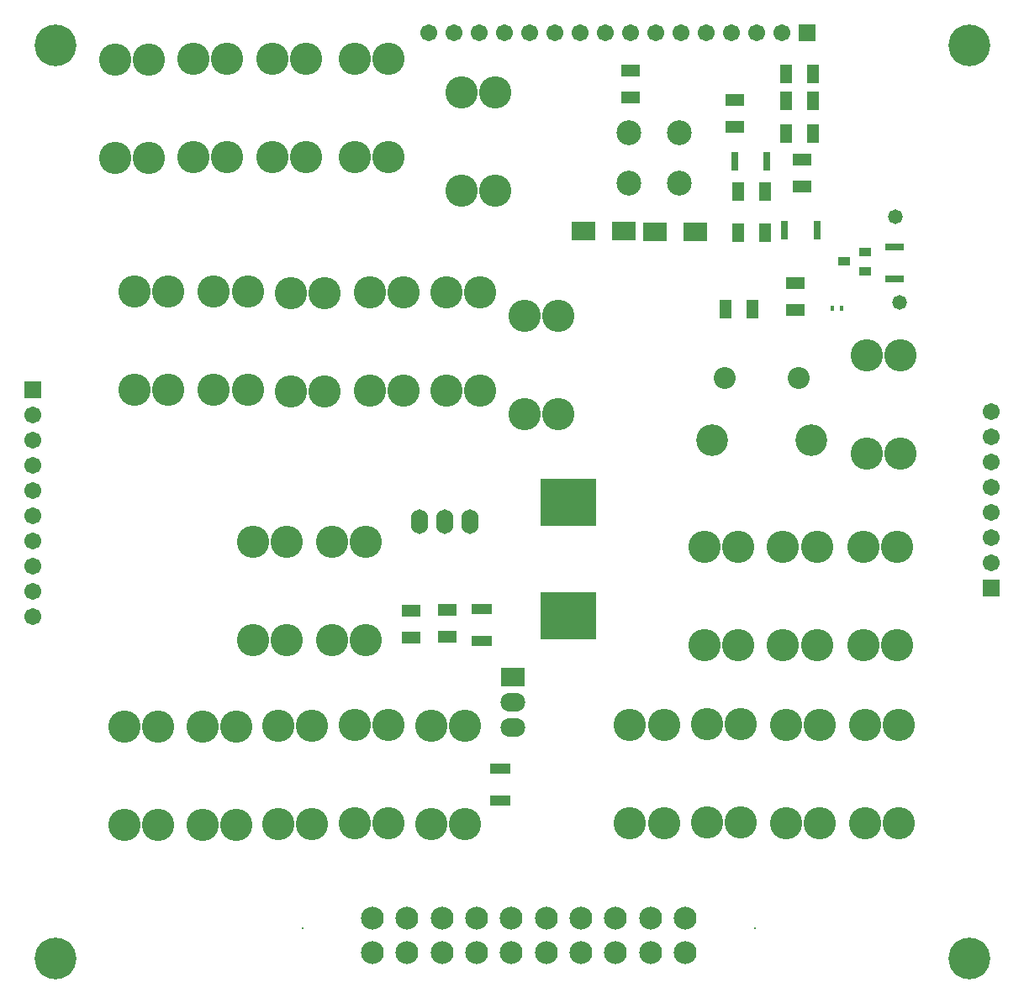
<source format=gts>
G04*
G04 #@! TF.GenerationSoftware,Altium Limited,Altium Designer,18.0.11 (651)*
G04*
G04 Layer_Color=8388736*
%FSLAX44Y44*%
%MOMM*%
G71*
G01*
G75*
%ADD23R,0.8032X1.9532*%
%ADD24R,1.3032X1.9032*%
%ADD25R,1.9032X1.3032*%
%ADD26R,2.3622X1.9812*%
%ADD27R,1.9532X0.8032*%
%ADD28R,1.2032X0.9032*%
%ADD29R,2.0032X1.0532*%
%ADD30R,5.6032X4.7032*%
%ADD31R,0.4032X0.5032*%
%ADD32C,0.2032*%
%ADD33C,2.3032*%
%ADD34R,1.7032X1.7032*%
%ADD35C,1.7032*%
%ADD36C,3.2512*%
%ADD37C,2.2032*%
%ADD38C,3.2032*%
%ADD39C,2.5032*%
%ADD40R,1.7032X1.7032*%
%ADD41O,2.4892X1.9032*%
%ADD42R,2.4892X1.9032*%
%ADD43O,1.7272X2.4892*%
%ADD44C,4.2032*%
%ADD45C,1.4732*%
D23*
X1282198Y1535430D02*
D03*
X1314698D02*
D03*
X1231652Y1605026D02*
D03*
X1264152D02*
D03*
D24*
X1283678Y1666494D02*
D03*
X1310678D02*
D03*
X1262164Y1533144D02*
D03*
X1235164D02*
D03*
Y1574800D02*
D03*
X1262164D02*
D03*
X1310424Y1632966D02*
D03*
X1283424D02*
D03*
X1249934Y1456182D02*
D03*
X1222934D02*
D03*
X1310678Y1693672D02*
D03*
X1283678D02*
D03*
D25*
X1231900Y1640256D02*
D03*
Y1667256D02*
D03*
X1126744Y1696504D02*
D03*
Y1669504D02*
D03*
X1299972Y1579842D02*
D03*
Y1606842D02*
D03*
X1292860Y1482382D02*
D03*
Y1455382D02*
D03*
X906272Y1152182D02*
D03*
Y1125182D02*
D03*
X942594Y1152944D02*
D03*
Y1125944D02*
D03*
D26*
X1120394Y1535176D02*
D03*
X1079754D02*
D03*
X1151382Y1534160D02*
D03*
X1192022D02*
D03*
D27*
X1393190Y1518914D02*
D03*
Y1486414D02*
D03*
D28*
X1341796Y1504188D02*
D03*
X1362796Y1513688D02*
D03*
Y1494688D02*
D03*
D29*
X995934Y993388D02*
D03*
Y960888D02*
D03*
X976884Y1121670D02*
D03*
Y1154170D02*
D03*
D30*
X1064006Y1261652D02*
D03*
X1064106Y1146952D02*
D03*
D31*
X1339452Y1456944D02*
D03*
X1330452D02*
D03*
D32*
X1252000Y832000D02*
D03*
X797000D02*
D03*
D33*
X1182000Y807400D02*
D03*
X1147000D02*
D03*
X1112000D02*
D03*
X1077000D02*
D03*
X1042000D02*
D03*
X1007000D02*
D03*
X972000D02*
D03*
X937000D02*
D03*
X902000D02*
D03*
X867000D02*
D03*
Y842400D02*
D03*
X1182000D02*
D03*
X1147000D02*
D03*
X1112000D02*
D03*
X1077000D02*
D03*
X1042000D02*
D03*
X1007000D02*
D03*
X972000D02*
D03*
X937000D02*
D03*
X902000D02*
D03*
D34*
X1304544Y1735074D02*
D03*
D35*
X1279144D02*
D03*
X1253744D02*
D03*
X1228344D02*
D03*
X1202944D02*
D03*
X1177544D02*
D03*
X1152144D02*
D03*
X1126744D02*
D03*
X1101344D02*
D03*
X1075944D02*
D03*
X1050544D02*
D03*
X1025144D02*
D03*
X999744D02*
D03*
X974344D02*
D03*
X948944D02*
D03*
X923544D02*
D03*
X525000Y1324200D02*
D03*
Y1146400D02*
D03*
Y1171800D02*
D03*
Y1197200D02*
D03*
Y1222600D02*
D03*
Y1248000D02*
D03*
Y1273400D02*
D03*
Y1298800D02*
D03*
Y1349600D02*
D03*
X1490000Y1200400D02*
D03*
Y1225800D02*
D03*
Y1251200D02*
D03*
Y1276600D02*
D03*
Y1302000D02*
D03*
Y1327400D02*
D03*
Y1352800D02*
D03*
D36*
X1364996Y1409700D02*
D03*
X1399032D02*
D03*
X1364996Y1310640D02*
D03*
X1399032D02*
D03*
X695706Y1035812D02*
D03*
X729742D02*
D03*
X695706Y936752D02*
D03*
X729742D02*
D03*
X617474Y1035812D02*
D03*
X651510D02*
D03*
X617474Y936752D02*
D03*
X651510D02*
D03*
X772160Y1036320D02*
D03*
X806196D02*
D03*
X772160Y937260D02*
D03*
X806196D02*
D03*
X849376Y1037082D02*
D03*
X883412D02*
D03*
X849376Y938022D02*
D03*
X883412D02*
D03*
X926084Y1036320D02*
D03*
X960120D02*
D03*
X926084Y937260D02*
D03*
X960120D02*
D03*
X826000Y1222060D02*
D03*
X860036D02*
D03*
X826000Y1123000D02*
D03*
X860036D02*
D03*
X746964Y1222060D02*
D03*
X781000D02*
D03*
X746964Y1123000D02*
D03*
X781000D02*
D03*
X1283208Y1037336D02*
D03*
X1317244D02*
D03*
X1283208Y938276D02*
D03*
X1317244D02*
D03*
X1363218Y1037336D02*
D03*
X1397254D02*
D03*
X1363218Y938276D02*
D03*
X1397254D02*
D03*
X1203706Y1038352D02*
D03*
X1237742D02*
D03*
X1203706Y939292D02*
D03*
X1237742D02*
D03*
X956564Y1674368D02*
D03*
X990600D02*
D03*
X956564Y1575308D02*
D03*
X990600D02*
D03*
X607964Y1708000D02*
D03*
X642000D02*
D03*
X607964Y1608940D02*
D03*
X642000D02*
D03*
X686562Y1708150D02*
D03*
X720598D02*
D03*
X686562Y1609090D02*
D03*
X720598D02*
D03*
X766064Y1708658D02*
D03*
X800100D02*
D03*
X766064Y1609598D02*
D03*
X800100D02*
D03*
X1126490Y1037336D02*
D03*
X1160526D02*
D03*
X1126490Y938276D02*
D03*
X1160526D02*
D03*
X1201468Y1217060D02*
D03*
X1235504D02*
D03*
X1201468Y1118000D02*
D03*
X1235504D02*
D03*
X1280468Y1217060D02*
D03*
X1314504D02*
D03*
X1280468Y1118000D02*
D03*
X1314504D02*
D03*
X1361468Y1217060D02*
D03*
X1395504D02*
D03*
X1361468Y1118000D02*
D03*
X1395504D02*
D03*
X1020064Y1449578D02*
D03*
X1054100D02*
D03*
X1020064Y1350518D02*
D03*
X1054100D02*
D03*
X707390Y1474216D02*
D03*
X741426D02*
D03*
X707390Y1375156D02*
D03*
X741426D02*
D03*
X785114Y1472692D02*
D03*
X819150D02*
D03*
X785114Y1373632D02*
D03*
X819150D02*
D03*
X864362Y1473454D02*
D03*
X898398D02*
D03*
X864362Y1374394D02*
D03*
X898398D02*
D03*
X849000Y1708658D02*
D03*
X883036D02*
D03*
X849000Y1609598D02*
D03*
X883036D02*
D03*
X941324Y1473200D02*
D03*
X975360D02*
D03*
X941324Y1374140D02*
D03*
X975360D02*
D03*
X627634Y1474216D02*
D03*
X661670D02*
D03*
X627634Y1375156D02*
D03*
X661670D02*
D03*
D37*
X1296578Y1386548D02*
D03*
X1221578D02*
D03*
D38*
X1209078Y1324048D02*
D03*
X1309078D02*
D03*
D39*
X1125220Y1583182D02*
D03*
X1176020D02*
D03*
Y1633982D02*
D03*
X1125220D02*
D03*
D40*
X525000Y1375000D02*
D03*
X1490000Y1175000D02*
D03*
D41*
X1008126Y1034288D02*
D03*
Y1059688D02*
D03*
D42*
Y1085088D02*
D03*
D43*
X914400Y1242060D02*
D03*
X939800D02*
D03*
X965200D02*
D03*
D44*
X1468000Y802000D02*
D03*
X548000Y1722000D02*
D03*
X1468000D02*
D03*
X548000Y802000D02*
D03*
D45*
X1394000Y1549000D02*
D03*
X1398016Y1463294D02*
D03*
M02*

</source>
